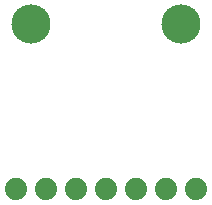
<source format=gbr>
G04 EAGLE Gerber RS-274X export*
G75*
%MOMM*%
%FSLAX34Y34*%
%LPD*%
%INSoldermask Bottom*%
%IPPOS*%
%AMOC8*
5,1,8,0,0,1.08239X$1,22.5*%
G01*
%ADD10C,3.317600*%
%ADD11C,1.879600*%


D10*
X25400Y165100D03*
X152400Y165100D03*
D11*
X12700Y25400D03*
X38100Y25400D03*
X63500Y25400D03*
X88900Y25400D03*
X114300Y25400D03*
X139700Y25400D03*
X165100Y25400D03*
M02*

</source>
